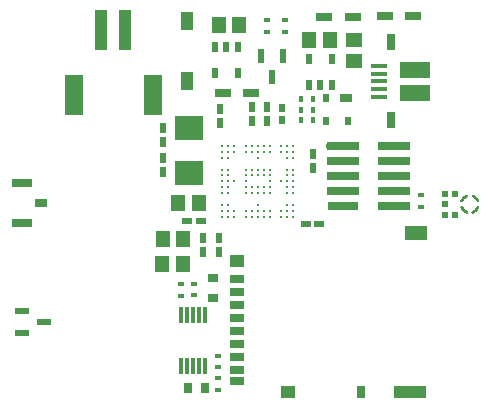
<source format=gtp>
G04*
G04 #@! TF.GenerationSoftware,Altium Limited,Altium Designer,23.10.1 (27)*
G04*
G04 Layer_Color=12040119*
%FSLAX25Y25*%
%MOIN*%
G70*
G04*
G04 #@! TF.SameCoordinates,F1345391-9F32-4E0E-91B1-EC67AA166F81*
G04*
G04*
G04 #@! TF.FilePolarity,Positive*
G04*
G01*
G75*
%ADD11C,0.01000*%
%ADD17R,0.04724X0.02362*%
%ADD18R,0.02055X0.02362*%
%ADD19R,0.02362X0.03347*%
%ADD20R,0.02362X0.02756*%
%ADD21R,0.04331X0.03150*%
%ADD22R,0.03937X0.13780*%
%ADD23R,0.05906X0.13386*%
%ADD24R,0.03150X0.03543*%
%ADD25R,0.03347X0.02756*%
%ADD26R,0.02165X0.01772*%
%ADD27R,0.11000X0.02900*%
%ADD28R,0.10000X0.02900*%
G04:AMPARAMS|DCode=29|XSize=29mil|YSize=110mil|CornerRadius=7.25mil|HoleSize=0mil|Usage=FLASHONLY|Rotation=270.000|XOffset=0mil|YOffset=0mil|HoleType=Round|Shape=RoundedRectangle|*
%AMROUNDEDRECTD29*
21,1,0.02900,0.09550,0,0,270.0*
21,1,0.01450,0.11000,0,0,270.0*
1,1,0.01450,-0.04775,-0.00725*
1,1,0.01450,-0.04775,0.00725*
1,1,0.01450,0.04775,0.00725*
1,1,0.01450,0.04775,-0.00725*
%
%ADD29ROUNDEDRECTD29*%
%ADD30R,0.04724X0.02756*%
%ADD31R,0.04724X0.03937*%
%ADD32R,0.03150X0.03937*%
%ADD33R,0.07480X0.05118*%
%ADD34R,0.11024X0.03937*%
%ADD35R,0.05315X0.02756*%
%ADD36R,0.03937X0.06299*%
%ADD37R,0.04921X0.05512*%
%ADD38R,0.01968X0.02559*%
%ADD39R,0.09449X0.07874*%
%ADD40C,0.01200*%
%ADD41R,0.05512X0.01575*%
%ADD42R,0.09843X0.05610*%
%ADD43R,0.02756X0.05610*%
%ADD44R,0.01181X0.05709*%
%ADD45R,0.06693X0.03150*%
%ADD46R,0.03347X0.02362*%
%ADD47R,0.01772X0.02165*%
%ADD48R,0.02362X0.04724*%
%ADD49R,0.05512X0.04921*%
D11*
X142835Y76974D02*
G03*
X141099Y75237I994J-2730D01*
G01*
Y73250D02*
G03*
X142835Y71513I2730J994D01*
G01*
X144823D02*
G03*
X146559Y73250I-994J2730D01*
G01*
Y75237D02*
G03*
X144823Y76974I-2730J-994D01*
G01*
D17*
X1743Y35000D02*
D03*
X-5343Y31260D02*
D03*
Y38740D02*
D03*
D18*
X135664Y70700D02*
D03*
X138900D02*
D03*
Y77787D02*
D03*
X135664D02*
D03*
Y74243D02*
D03*
D19*
X90260Y122729D02*
D03*
X97740D02*
D03*
Y113871D02*
D03*
X94000D02*
D03*
X90260D02*
D03*
X60200Y58336D02*
D03*
Y62864D02*
D03*
X66440Y117871D02*
D03*
X58960D02*
D03*
Y126729D02*
D03*
X62700D02*
D03*
X66440D02*
D03*
X60400Y101336D02*
D03*
Y105864D02*
D03*
X91400Y90864D02*
D03*
Y86336D02*
D03*
X71200Y102031D02*
D03*
Y106558D02*
D03*
X76306D02*
D03*
Y102031D02*
D03*
X41600Y99564D02*
D03*
Y95036D02*
D03*
Y89464D02*
D03*
Y84936D02*
D03*
X54900Y58400D02*
D03*
Y62928D02*
D03*
D20*
X103287Y102000D02*
D03*
X95800D02*
D03*
Y109480D02*
D03*
D21*
X102500D02*
D03*
X953Y74700D02*
D03*
D22*
X20963Y132327D02*
D03*
X28837D02*
D03*
D23*
X11711Y110673D02*
D03*
X38089D02*
D03*
D24*
X49747Y12800D02*
D03*
X55653D02*
D03*
D25*
X58100Y49548D02*
D03*
Y43052D02*
D03*
D26*
X47500Y47668D02*
D03*
Y43731D02*
D03*
X127600Y77368D02*
D03*
Y73431D02*
D03*
X60000Y12291D02*
D03*
Y16228D02*
D03*
Y19850D02*
D03*
Y23787D02*
D03*
X76063Y131532D02*
D03*
Y135468D02*
D03*
X82300Y131532D02*
D03*
Y135468D02*
D03*
X51900Y47769D02*
D03*
Y43832D02*
D03*
D27*
X101500Y83497D02*
D03*
Y78497D02*
D03*
Y88497D02*
D03*
X118500Y93497D02*
D03*
Y88497D02*
D03*
Y83497D02*
D03*
Y78497D02*
D03*
Y73497D02*
D03*
D28*
X101500D02*
D03*
D29*
Y93497D02*
D03*
D30*
X66311Y15243D02*
D03*
Y49298D02*
D03*
Y44968D02*
D03*
Y40637D02*
D03*
Y36306D02*
D03*
Y31976D02*
D03*
Y27645D02*
D03*
Y23314D02*
D03*
Y18983D02*
D03*
D31*
Y55401D02*
D03*
X83240Y11503D02*
D03*
D32*
X107650D02*
D03*
D33*
X125760Y64653D02*
D03*
D34*
X123988Y11503D02*
D03*
D35*
X104724Y136700D02*
D03*
X95276D02*
D03*
X115400Y136800D02*
D03*
X124849D02*
D03*
X71035Y111411D02*
D03*
X61587D02*
D03*
D36*
X49531Y115200D02*
D03*
Y135200D02*
D03*
D37*
X66945Y134100D02*
D03*
X60055D02*
D03*
X53445Y74700D02*
D03*
X46555D02*
D03*
X41455Y62600D02*
D03*
X48345D02*
D03*
X97145Y129000D02*
D03*
X90255D02*
D03*
X48145Y54400D02*
D03*
X41255D02*
D03*
D38*
X81142Y106165D02*
D03*
Y102424D02*
D03*
D39*
X50200Y99680D02*
D03*
Y84720D02*
D03*
D40*
X84979Y93642D02*
D03*
Y91674D02*
D03*
Y89705D02*
D03*
Y85769D02*
D03*
Y83800D02*
D03*
Y81832D02*
D03*
Y79863D02*
D03*
Y77895D02*
D03*
Y73958D02*
D03*
Y71989D02*
D03*
Y70021D02*
D03*
X83011Y93642D02*
D03*
Y91674D02*
D03*
Y89705D02*
D03*
Y85769D02*
D03*
Y83800D02*
D03*
Y81832D02*
D03*
Y79863D02*
D03*
Y77895D02*
D03*
Y73958D02*
D03*
Y71989D02*
D03*
Y70021D02*
D03*
X81042Y93642D02*
D03*
Y91674D02*
D03*
Y81832D02*
D03*
Y71989D02*
D03*
Y70021D02*
D03*
X77105Y93642D02*
D03*
Y91674D02*
D03*
Y85769D02*
D03*
Y83800D02*
D03*
Y81832D02*
D03*
Y79863D02*
D03*
Y77895D02*
D03*
Y71989D02*
D03*
Y70021D02*
D03*
X75137Y93642D02*
D03*
Y91674D02*
D03*
Y85769D02*
D03*
Y83800D02*
D03*
Y79863D02*
D03*
Y77895D02*
D03*
Y71989D02*
D03*
Y70021D02*
D03*
X73168Y93642D02*
D03*
Y91674D02*
D03*
Y89705D02*
D03*
Y85769D02*
D03*
Y83800D02*
D03*
Y79863D02*
D03*
Y77895D02*
D03*
Y73958D02*
D03*
Y71989D02*
D03*
Y70021D02*
D03*
X71200Y93642D02*
D03*
Y91674D02*
D03*
Y85769D02*
D03*
Y83800D02*
D03*
Y79863D02*
D03*
Y77895D02*
D03*
Y71989D02*
D03*
Y70021D02*
D03*
X69231Y93642D02*
D03*
Y91674D02*
D03*
Y85769D02*
D03*
Y83800D02*
D03*
Y81832D02*
D03*
Y79863D02*
D03*
Y77895D02*
D03*
Y71989D02*
D03*
Y70021D02*
D03*
X65294Y93642D02*
D03*
Y91674D02*
D03*
Y81832D02*
D03*
Y71989D02*
D03*
Y70021D02*
D03*
X63326Y93642D02*
D03*
Y91674D02*
D03*
Y89705D02*
D03*
Y85769D02*
D03*
Y83800D02*
D03*
Y81832D02*
D03*
Y79863D02*
D03*
Y77895D02*
D03*
Y73958D02*
D03*
Y71989D02*
D03*
Y70021D02*
D03*
X61357Y93642D02*
D03*
Y91674D02*
D03*
Y89705D02*
D03*
Y85769D02*
D03*
Y83800D02*
D03*
Y81832D02*
D03*
Y79863D02*
D03*
Y77895D02*
D03*
Y73958D02*
D03*
Y71989D02*
D03*
Y70021D02*
D03*
D41*
X113657Y110082D02*
D03*
Y112641D02*
D03*
Y120318D02*
D03*
Y117759D02*
D03*
Y115200D02*
D03*
D42*
X125527Y118989D02*
D03*
Y111411D02*
D03*
D43*
X117653Y102208D02*
D03*
Y128192D02*
D03*
D44*
X55437Y37132D02*
D03*
X53469D02*
D03*
X51500D02*
D03*
X49531D02*
D03*
X47563D02*
D03*
X55437Y20400D02*
D03*
X53469D02*
D03*
X51500D02*
D03*
X49531D02*
D03*
X47563D02*
D03*
D45*
X-5543Y68007D02*
D03*
Y81393D02*
D03*
D46*
X49636Y68700D02*
D03*
X54164D02*
D03*
X93664Y67769D02*
D03*
X89136D02*
D03*
D47*
X87463Y102208D02*
D03*
X91400D02*
D03*
Y105653D02*
D03*
X87463D02*
D03*
X91400Y109300D02*
D03*
X87463D02*
D03*
D48*
X81640Y123787D02*
D03*
X74160D02*
D03*
X77900Y116700D02*
D03*
D49*
X105100Y122055D02*
D03*
Y128945D02*
D03*
M02*

</source>
